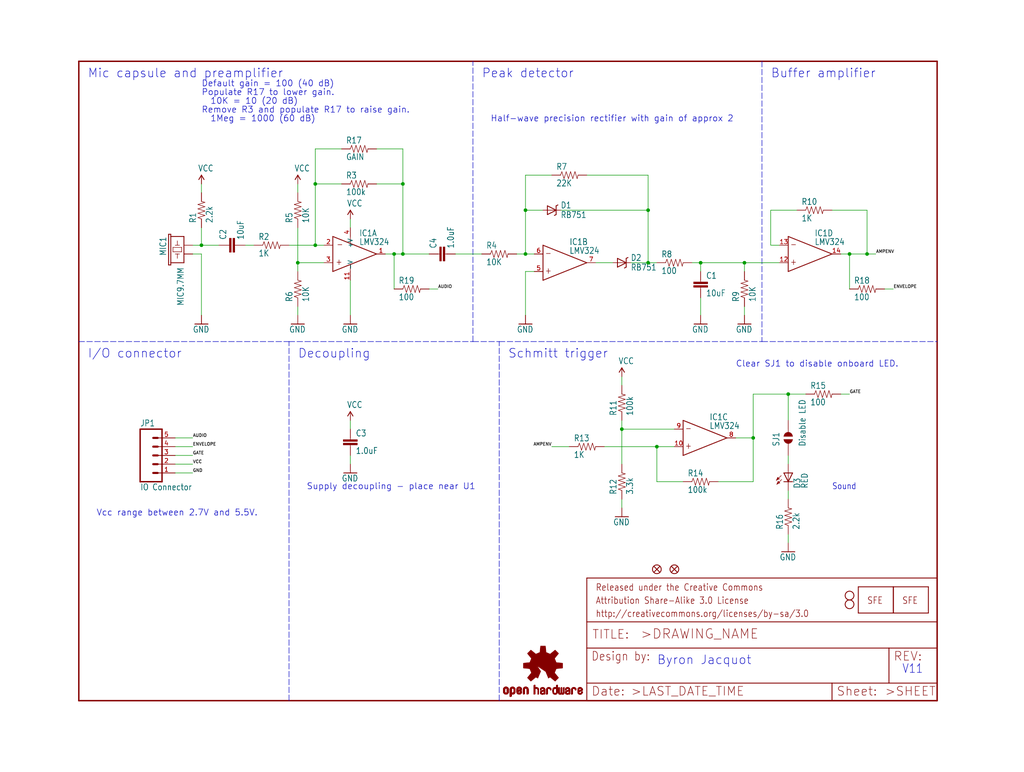
<source format=kicad_sch>
(kicad_sch (version 20211123) (generator eeschema)
  (paper "User" 297.002 223.926)
  (lib_symbols
    (symbol "schematicEagle-eagle-import:1.0UF-16V-10%(0603)"
      (property "Reference" "C" (at 1.524 2.921 0))
      (property "Value" "1.0UF-16V-10%(0603)" (at 1.524 -2.159 0))
      (symbol "1.0UF-16V-10%(0603)_1_0"
        (pin passive line (at 0 5.08 270) (length 2.54) (name "1") (number "1"))
        (pin passive line (at 0 -2.54 90) (length 2.54) (name "2") (number "2"))
      )
    )
    (symbol "schematicEagle-eagle-import:100KOHM1{slash}10W1%(0603)"
      (property "Reference" "R" (at -3.81 1.4986 0))
      (property "Value" "100KOHM1{slash}10W1%(0603)" (at -3.81 -3.302 0))
      (symbol "100KOHM1{slash}10W1%(0603)_1_0"
        (pin passive line (at -5.08 0 0) (length 2.54) (name "1") (number "1"))
        (pin passive line (at 5.08 0 180) (length 2.54) (name "2") (number "2"))
      )
    )
    (symbol "schematicEagle-eagle-import:100OHM1{slash}10W1%(0603)"
      (property "Reference" "R" (at -3.81 1.4986 0))
      (property "Value" "100OHM1{slash}10W1%(0603)" (at -3.81 -3.302 0))
      (symbol "100OHM1{slash}10W1%(0603)_1_0"
        (pin passive line (at -5.08 0 0) (length 2.54) (name "1") (number "1"))
        (pin passive line (at 5.08 0 180) (length 2.54) (name "2") (number "2"))
      )
    )
    (symbol "schematicEagle-eagle-import:10KOHM1{slash}10W1%(0603)0603"
      (property "Reference" "R" (at -3.81 1.4986 0))
      (property "Value" "10KOHM1{slash}10W1%(0603)0603" (at -3.81 -3.302 0))
      (symbol "10KOHM1{slash}10W1%(0603)0603_1_0"
        (pin passive line (at -5.08 0 0) (length 2.54) (name "1") (number "1"))
        (pin passive line (at 5.08 0 180) (length 2.54) (name "2") (number "2"))
      )
    )
    (symbol "schematicEagle-eagle-import:10UF-6.3V-20%(1206)"
      (property "Reference" "C" (at 1.524 2.921 0))
      (property "Value" "10UF-6.3V-20%(1206)" (at 1.524 -2.159 0))
      (symbol "10UF-6.3V-20%(1206)_1_0"
        (pin passive line (at 0 5.08 270) (length 2.54) (name "1") (number "1"))
        (pin passive line (at 0 -2.54 90) (length 2.54) (name "2") (number "2"))
      )
    )
    (symbol "schematicEagle-eagle-import:1KOHM1{slash}10W1%(0603)"
      (property "Reference" "R" (at -3.81 1.4986 0))
      (property "Value" "1KOHM1{slash}10W1%(0603)" (at -3.81 -3.302 0))
      (symbol "1KOHM1{slash}10W1%(0603)_1_0"
        (pin passive line (at -5.08 0 0) (length 2.54) (name "1") (number "1"))
        (pin passive line (at 5.08 0 180) (length 2.54) (name "2") (number "2"))
      )
    )
    (symbol "schematicEagle-eagle-import:2.2KOHM1{slash}10W1%(0603)"
      (property "Reference" "R" (at -3.81 1.4986 0))
      (property "Value" "2.2KOHM1{slash}10W1%(0603)" (at -3.81 -3.302 0))
      (symbol "2.2KOHM1{slash}10W1%(0603)_1_0"
        (pin passive line (at -5.08 0 0) (length 2.54) (name "1") (number "1"))
        (pin passive line (at 5.08 0 180) (length 2.54) (name "2") (number "2"))
      )
    )
    (symbol "schematicEagle-eagle-import:22KOHM1{slash}10W1%(0603)"
      (property "Reference" "R" (at -3.81 1.4986 0))
      (property "Value" "22KOHM1{slash}10W1%(0603)" (at -3.81 -3.302 0))
      (symbol "22KOHM1{slash}10W1%(0603)_1_0"
        (pin passive line (at -5.08 0 0) (length 2.54) (name "1") (number "1"))
        (pin passive line (at 5.08 0 180) (length 2.54) (name "2") (number "2"))
      )
    )
    (symbol "schematicEagle-eagle-import:3.3KOHM1{slash}10W1%(0603)"
      (property "Reference" "R" (at -3.81 1.4986 0))
      (property "Value" "3.3KOHM1{slash}10W1%(0603)" (at -3.81 -3.302 0))
      (symbol "3.3KOHM1{slash}10W1%(0603)_1_0"
        (pin passive line (at -5.08 0 0) (length 2.54) (name "1") (number "1"))
        (pin passive line (at 5.08 0 180) (length 2.54) (name "2") (number "2"))
      )
    )
    (symbol "schematicEagle-eagle-import:FIDUCIAL1X2")
    (symbol "schematicEagle-eagle-import:FRAME-LETTER"
      (symbol "FRAME-LETTER_2_0"
        (text ">DRAWING_NAME" (at 15.494 17.78 0) (effects (font (size 2.7432 2.7432)) (justify left bottom)))
        (text ">LAST_DATE_TIME" (at 12.7 1.27 0) (effects (font (size 2.54 2.54)) (justify left bottom)))
        (text ">SHEET" (at 86.36 1.27 0) (effects (font (size 2.54 2.54)) (justify left bottom)))
        (text "Attribution Share-Alike 3.0 License" (at 2.54 27.94 0) (effects (font (size 1.9304 1.6408)) (justify left bottom)))
        (text "Date:" (at 1.27 1.27 0) (effects (font (size 2.54 2.54)) (justify left bottom)))
        (text "Design by:" (at 1.27 11.43 0) (effects (font (size 2.54 2.159)) (justify left bottom)))
        (text "http://creativecommons.org/licenses/by-sa/3.0" (at 2.54 24.13 0) (effects (font (size 1.9304 1.6408)) (justify left bottom)))
        (text "Released under the Creative Commons" (at 2.54 31.75 0) (effects (font (size 1.9304 1.6408)) (justify left bottom)))
        (text "REV:" (at 88.9 11.43 0) (effects (font (size 2.54 2.54)) (justify left bottom)))
        (text "Sheet:" (at 72.39 1.27 0) (effects (font (size 2.54 2.54)) (justify left bottom)))
        (text "TITLE:" (at 1.524 17.78 0) (effects (font (size 2.54 2.54)) (justify left bottom)))
      )
    )
    (symbol "schematicEagle-eagle-import:GND" (power)
      (property "Value" "GND" (at -2.54 -2.54 0))
      (symbol "GND_1_0"
        (pin power_in line (at 0 2.54 270) (length 2.54) (name "GND") (number "1"))
      )
    )
    (symbol "schematicEagle-eagle-import:LED-RED0603"
      (property "Reference" "D" (at 3.556 -4.572 90))
      (property "Value" "LED-RED0603" (at 5.715 -4.572 90))
      (symbol "LED-RED0603_1_0"
        (pin passive line (at 0 2.54 270) (length 2.54) (name "A") (number "A"))
        (pin passive line (at 0 -5.08 90) (length 2.54) (name "C") (number "C"))
      )
    )
    (symbol "schematicEagle-eagle-import:LMV324"
      (property "Reference" "IC" (at 7.62 5.08 0))
      (property "Value" "LMV324" (at 7.62 2.54 0))
      (symbol "LMV324_1_0"
        (text "+" (at 0.762 -3.302 0) (effects (font (size 1.778 1.5113)) (justify left bottom)))
        (text "-" (at 1.016 1.778 0) (effects (font (size 1.778 1.5113)) (justify left bottom)))
        (pin output line (at 15.24 0 180) (length 2.54) (name "OUT") (number "1"))
        (pin power_in line (at 5.08 -7.62 90) (length 2.54) (name "-V") (number "11"))
        (pin input line (at -2.54 2.54 0) (length 2.54) (name "-IN") (number "2"))
        (pin input line (at -2.54 -2.54 0) (length 2.54) (name "+IN") (number "3"))
        (pin power_in line (at 5.08 7.62 270) (length 2.54) (name "+V") (number "4"))
      )
      (symbol "LMV324_2_0"
        (text "+" (at 0.508 -3.302 0) (effects (font (size 1.778 1.5113)) (justify left bottom)))
        (text "-" (at 0.508 1.778 0) (effects (font (size 1.778 1.5113)) (justify left bottom)))
        (pin input line (at -2.54 -2.54 0) (length 2.54) (name "+IN") (number "5"))
        (pin input line (at -2.54 2.54 0) (length 2.54) (name "-IN") (number "6"))
        (pin output line (at 15.24 0 180) (length 2.54) (name "OUT") (number "7"))
      )
      (symbol "LMV324_3_0"
        (text "+" (at 0.508 -3.302 0) (effects (font (size 1.778 1.5113)) (justify left bottom)))
        (text "-" (at 0.508 1.778 0) (effects (font (size 1.778 1.5113)) (justify left bottom)))
        (pin input line (at -2.54 -2.54 0) (length 2.54) (name "+IN") (number "10"))
        (pin output line (at 15.24 0 180) (length 2.54) (name "OUT") (number "8"))
        (pin input line (at -2.54 2.54 0) (length 2.54) (name "-IN") (number "9"))
      )
      (symbol "LMV324_4_0"
        (text "+" (at 0.508 -3.302 0) (effects (font (size 1.778 1.5113)) (justify left bottom)))
        (text "-" (at 0.508 1.778 0) (effects (font (size 1.778 1.5113)) (justify left bottom)))
        (pin input line (at -2.54 -2.54 0) (length 2.54) (name "+IN") (number "12"))
        (pin input line (at -2.54 2.54 0) (length 2.54) (name "-IN") (number "13"))
        (pin output line (at 15.24 0 180) (length 2.54) (name "OUT") (number "14"))
      )
    )
    (symbol "schematicEagle-eagle-import:LOGO-SFENW2"
      (symbol "LOGO-SFENW2_1_0"
        (text "SFE" (at 0 0 0) (effects (font (size 1.9304 1.6408)) (justify left bottom)))
      )
    )
    (symbol "schematicEagle-eagle-import:LOGO-SFESK"
      (symbol "LOGO-SFESK_1_0"
        (text "SFE" (at 0 0 0) (effects (font (size 1.9304 1.6408)) (justify left bottom)))
      )
    )
    (symbol "schematicEagle-eagle-import:M05PTH"
      (property "Reference" "JP" (at -2.54 8.382 0))
      (property "Value" "M05PTH" (at -2.54 -10.16 0))
      (symbol "M05PTH_1_0"
        (pin passive line (at 7.62 -5.08 180) (length 5.08) (name "1") (number "1"))
        (pin passive line (at 7.62 -2.54 180) (length 5.08) (name "2") (number "2"))
        (pin passive line (at 7.62 0 180) (length 5.08) (name "3") (number "3"))
        (pin passive line (at 7.62 2.54 180) (length 5.08) (name "4") (number "4"))
        (pin passive line (at 7.62 5.08 180) (length 5.08) (name "5") (number "5"))
      )
    )
    (symbol "schematicEagle-eagle-import:MIC9.7MM"
      (property "Value" "MIC9.7MM" (at 6.35 0 0))
      (symbol "MIC9.7MM_1_0"
        (pin passive line (at 0 -2.54 90) (length 2.54) (name "1") (number "1"))
        (pin passive line (at 2.54 -2.54 90) (length 2.54) (name "2") (number "2"))
      )
    )
    (symbol "schematicEagle-eagle-import:OSHW-LOGOM")
    (symbol "schematicEagle-eagle-import:RB751"
      (property "Reference" "D" (at 2.54 0.4826 0))
      (property "Value" "RB751" (at 2.54 -2.3114 0))
      (symbol "RB751_1_0"
        (pin passive line (at -2.54 0 0) (length 2.54) (name "A") (number "A"))
        (pin passive line (at 2.54 0 180) (length 2.54) (name "C") (number "C"))
      )
    )
    (symbol "schematicEagle-eagle-import:RESISTORPTH-1{slash}4W-VERT-KIT"
      (property "Reference" "R" (at -3.81 1.4986 0))
      (property "Value" "RESISTORPTH-1{slash}4W-VERT-KIT" (at -3.81 -3.302 0))
      (symbol "RESISTORPTH-1{slash}4W-VERT-KIT_1_0"
        (pin passive line (at -5.08 0 0) (length 2.54) (name "1") (number "P$1"))
        (pin passive line (at 5.08 0 180) (length 2.54) (name "2") (number "P$2"))
      )
    )
    (symbol "schematicEagle-eagle-import:SOLDERJUMPERNC"
      (property "Reference" "SJ" (at -2.54 2.54 0))
      (property "Value" "SOLDERJUMPERNC" (at -2.54 -5.08 0))
      (symbol "SOLDERJUMPERNC_1_0"
        (pin passive line (at -5.08 0 0) (length 2.54) (name "1") (number "1"))
        (pin passive line (at 5.08 0 180) (length 2.54) (name "2") (number "2"))
      )
    )
    (symbol "schematicEagle-eagle-import:STAND-OFF")
    (symbol "schematicEagle-eagle-import:VCC" (power)
      (property "Value" "VCC" (at -1.016 3.556 0))
      (symbol "VCC_1_0"
        (pin power_in line (at 0 0 90) (length 2.54) (name "VCC") (number "1"))
      )
    )
  )
  (junction (at 91.44 53.34))
  (junction (at 251.46 73.66))
  (junction (at 91.44 71.12))
  (junction (at 246.38 73.66))
  (junction (at 116.84 73.66))
  (junction (at 114.3 73.66))
  (junction (at 187.96 60.96))
  (junction (at 116.84 53.34))
  (junction (at 58.42 71.12))
  (junction (at 190.5 129.54))
  (junction (at 86.36 76.2))
  (junction (at 180.34 124.46))
  (junction (at 228.6 114.3))
  (junction (at 152.4 73.66))
  (junction (at 187.96 76.2))
  (junction (at 218.44 127))
  (junction (at 152.4 60.96))
  (junction (at 203.2 76.2))
  (junction (at 215.9 76.2))
  (wire (pts (xy 55.88 73.66) (xy 58.42 73.66)))
  (wire (pts (xy 101.6 134.62) (xy 101.6 132.08)))
  (wire (pts (xy 195.58 129.54) (xy 190.5 129.54)))
  (wire (pts (xy 152.4 60.96) (xy 157.48 60.96)))
  (wire (pts (xy 187.96 76.2) (xy 190.5 76.2)))
  (wire (pts (xy 91.44 71.12) (xy 83.82 71.12)))
  (wire (pts (xy 91.44 53.34) (xy 91.44 43.18)))
  (wire (pts (xy 180.34 124.46) (xy 180.34 134.62)))
  (wire (pts (xy 251.46 73.66) (xy 246.38 73.66)))
  (wire (pts (xy 228.6 157.48) (xy 228.6 154.94)))
  (wire (pts (xy 226.06 71.12) (xy 223.52 71.12)))
  (wire (pts (xy 63.5 71.12) (xy 58.42 71.12)))
  (wire (pts (xy 203.2 78.74) (xy 203.2 76.2)))
  (wire (pts (xy 241.3 60.96) (xy 251.46 60.96)))
  (wire (pts (xy 165.1 129.54) (xy 160.02 129.54)))
  (wire (pts (xy 86.36 53.34) (xy 86.36 55.88)))
  (wire (pts (xy 114.3 73.66) (xy 116.84 73.66)))
  (wire (pts (xy 223.52 60.96) (xy 231.14 60.96)))
  (wire (pts (xy 93.98 71.12) (xy 91.44 71.12)))
  (wire (pts (xy 124.46 83.82) (xy 127 83.82)))
  (wire (pts (xy 228.6 114.3) (xy 233.68 114.3)))
  (wire (pts (xy 182.88 76.2) (xy 187.96 76.2)))
  (wire (pts (xy 180.34 147.32) (xy 180.34 144.78)))
  (wire (pts (xy 152.4 91.44) (xy 152.4 78.74)))
  (wire (pts (xy 116.84 53.34) (xy 109.22 53.34)))
  (wire (pts (xy 152.4 60.96) (xy 152.4 50.8)))
  (wire (pts (xy 218.44 139.7) (xy 218.44 127)))
  (wire (pts (xy 180.34 109.22) (xy 180.34 111.76)))
  (polyline (pts (xy 220.98 99.06) (xy 271.78 99.06)))
  (wire (pts (xy 243.84 114.3) (xy 246.38 114.3)))
  (wire (pts (xy 215.9 88.9) (xy 215.9 91.44)))
  (wire (pts (xy 172.72 76.2) (xy 177.8 76.2)))
  (wire (pts (xy 251.46 73.66) (xy 254 73.66)))
  (wire (pts (xy 86.36 66.04) (xy 86.36 76.2)))
  (wire (pts (xy 101.6 121.92) (xy 101.6 124.46)))
  (wire (pts (xy 162.56 60.96) (xy 187.96 60.96)))
  (wire (pts (xy 91.44 53.34) (xy 91.44 71.12)))
  (polyline (pts (xy 144.78 203.2) (xy 144.78 99.06)))
  (wire (pts (xy 58.42 91.44) (xy 58.42 73.66)))
  (wire (pts (xy 187.96 76.2) (xy 187.96 60.96)))
  (wire (pts (xy 109.22 43.18) (xy 116.84 43.18)))
  (wire (pts (xy 101.6 91.44) (xy 101.6 81.28)))
  (wire (pts (xy 71.12 71.12) (xy 73.66 71.12)))
  (wire (pts (xy 152.4 73.66) (xy 152.4 60.96)))
  (wire (pts (xy 93.98 76.2) (xy 86.36 76.2)))
  (wire (pts (xy 190.5 129.54) (xy 190.5 139.7)))
  (polyline (pts (xy 220.98 17.78) (xy 220.98 99.06)))
  (wire (pts (xy 223.52 71.12) (xy 223.52 60.96)))
  (wire (pts (xy 228.6 121.92) (xy 228.6 114.3)))
  (wire (pts (xy 111.76 73.66) (xy 114.3 73.66)))
  (wire (pts (xy 114.3 73.66) (xy 114.3 83.82)))
  (wire (pts (xy 101.6 66.04) (xy 101.6 63.5)))
  (wire (pts (xy 208.28 139.7) (xy 218.44 139.7)))
  (polyline (pts (xy 137.16 99.06) (xy 144.78 99.06)))
  (wire (pts (xy 149.86 73.66) (xy 152.4 73.66)))
  (polyline (pts (xy 83.82 203.2) (xy 83.82 99.06)))
  (wire (pts (xy 200.66 76.2) (xy 203.2 76.2)))
  (wire (pts (xy 187.96 50.8) (xy 170.18 50.8)))
  (wire (pts (xy 190.5 139.7) (xy 198.12 139.7)))
  (wire (pts (xy 215.9 78.74) (xy 215.9 76.2)))
  (wire (pts (xy 203.2 86.36) (xy 203.2 91.44)))
  (wire (pts (xy 180.34 121.92) (xy 180.34 124.46)))
  (wire (pts (xy 256.54 83.82) (xy 259.08 83.82)))
  (wire (pts (xy 218.44 114.3) (xy 228.6 114.3)))
  (wire (pts (xy 228.6 134.62) (xy 228.6 132.08)))
  (wire (pts (xy 116.84 73.66) (xy 116.84 53.34)))
  (wire (pts (xy 91.44 43.18) (xy 99.06 43.18)))
  (wire (pts (xy 99.06 53.34) (xy 91.44 53.34)))
  (wire (pts (xy 218.44 127) (xy 218.44 114.3)))
  (wire (pts (xy 152.4 73.66) (xy 154.94 73.66)))
  (wire (pts (xy 203.2 76.2) (xy 215.9 76.2)))
  (wire (pts (xy 195.58 124.46) (xy 180.34 124.46)))
  (wire (pts (xy 86.36 76.2) (xy 86.36 78.74)))
  (wire (pts (xy 50.8 134.62) (xy 55.88 134.62)))
  (polyline (pts (xy 137.16 99.06) (xy 137.16 17.78)))
  (wire (pts (xy 55.88 71.12) (xy 58.42 71.12)))
  (wire (pts (xy 86.36 88.9) (xy 86.36 91.44)))
  (polyline (pts (xy 22.86 99.06) (xy 83.82 99.06)))
  (wire (pts (xy 132.08 73.66) (xy 139.7 73.66)))
  (wire (pts (xy 50.8 127) (xy 55.88 127)))
  (wire (pts (xy 50.8 129.54) (xy 55.88 129.54)))
  (wire (pts (xy 251.46 60.96) (xy 251.46 73.66)))
  (polyline (pts (xy 144.78 99.06) (xy 220.98 99.06)))
  (wire (pts (xy 215.9 76.2) (xy 226.06 76.2)))
  (wire (pts (xy 152.4 50.8) (xy 160.02 50.8)))
  (wire (pts (xy 58.42 55.88) (xy 58.42 53.34)))
  (wire (pts (xy 246.38 73.66) (xy 243.84 73.66)))
  (wire (pts (xy 218.44 127) (xy 213.36 127)))
  (wire (pts (xy 116.84 73.66) (xy 124.46 73.66)))
  (wire (pts (xy 50.8 137.16) (xy 55.88 137.16)))
  (wire (pts (xy 246.38 83.82) (xy 246.38 73.66)))
  (wire (pts (xy 116.84 43.18) (xy 116.84 53.34)))
  (wire (pts (xy 50.8 132.08) (xy 55.88 132.08)))
  (wire (pts (xy 190.5 129.54) (xy 175.26 129.54)))
  (wire (pts (xy 228.6 144.78) (xy 228.6 142.24)))
  (polyline (pts (xy 83.82 99.06) (xy 137.16 99.06)))
  (wire (pts (xy 58.42 71.12) (xy 58.42 66.04)))
  (wire (pts (xy 187.96 60.96) (xy 187.96 50.8)))
  (wire (pts (xy 152.4 78.74) (xy 154.94 78.74)))
  (text "Clear SJ1 to disable onboard LED." (at 213.36 106.68 180) (effects (font (size 1.778 1.778)) (justify left bottom)))
  (text "Supply decoupling - place near U1" (at 88.9 142.24 180) (effects (font (size 1.778 1.778)) (justify left bottom)))
  (text "Sound" (at 241.3 142.24 180) (effects (font (size 1.778 1.5113)) (justify left bottom)))
  (text "10K = 10 (20 dB)" (at 60.96 30.48 180) (effects (font (size 1.778 1.778)) (justify left bottom)))
  (text "Decoupling" (at 86.36 104.14 180) (effects (font (size 2.54 2.54)) (justify left bottom)))
  (text "Mic capsule and preamplifier" (at 25.4 22.86 180) (effects (font (size 2.54 2.54)) (justify left bottom)))
  (text "Buffer amplifier" (at 223.52 22.86 180) (effects (font (size 2.54 2.54)) (justify left bottom)))
  (text "Default gain = 100 (40 dB)" (at 58.42 25.4 180) (effects (font (size 1.778 1.778)) (justify left bottom)))
  (text "Byron Jacquot" (at 190.5 193.04 180) (effects (font (size 2.54 2.54)) (justify left bottom)))
  (text "I/O connector" (at 25.4 104.14 180) (effects (font (size 2.54 2.54)) (justify left bottom)))
  (text "Peak detector" (at 139.7 22.86 180) (effects (font (size 2.54 2.54)) (justify left bottom)))
  (text "Vcc range between 2.7V and 5.5V." (at 27.94 149.86 180) (effects (font (size 1.778 1.778)) (justify left bottom)))
  (text "Remove R3 and populate R17 to raise gain." (at 58.42 33.02 180) (effects (font (size 1.778 1.778)) (justify left bottom)))
  (text "Schmitt trigger" (at 147.32 104.14 180) (effects (font (size 2.54 2.54)) (justify left bottom)))
  (text "Half-wave precision rectifier with gain of approx 2" (at 142.24 35.56 0) (effects (font (size 1.778 1.778)) (justify left bottom)))
  (text "1Meg = 1000 (60 dB)" (at 60.96 35.56 180) (effects (font (size 1.778 1.778)) (justify left bottom)))
  (text "Populate R17 to lower gain." (at 58.42 27.94 180) (effects (font (size 1.778 1.778)) (justify left bottom)))
  (text "V11" (at 261.62 195.58 180) (effects (font (size 2.54 2.159)) (justify left bottom)))
  (label "ENVELOPE" (at 55.88 129.54 0) (effects (font (size 0.889 0.889))))
  (label "ENVELOPE" (at 259.08 83.82 0) (effects (font (size 0.889 0.889))))
  (label "GATE" (at 55.88 132.08 0) (effects (font (size 0.889 0.889))))
  (label "AUDIO" (at 127 83.82 0) (effects (font (size 0.889 0.889))))
  (label "AUDIO" (at 55.88 127 0) (effects (font (size 0.889 0.889))))
  (label "VCC" (at 55.88 134.62 0) (effects (font (size 0.889 0.889))))
  (label "GATE" (at 246.38 114.3 0) (effects (font (size 0.889 0.889))))
  (label "GND" (at 55.88 137.16 0) (effects (font (size 0.889 0.889))))
  (label "AMPENV" (at 160.02 129.54 180) (effects (font (size 0.889 0.889))))
  (label "AMPENV" (at 254 73.66 0) (effects (font (size 0.889 0.889))))
  (symbol (lib_id "schematicEagle-eagle-import:GND") (at 215.9 93.98 0) (unit 1)
    (property "Reference" "#GND6" (effects hide))
    (property "Value" "GND" (at 213.36 96.52 0) (effects (font (size 1.778 1.5113)) (justify left bottom)))
    (property "Footprint" "schematicEagle:" (effects hide))
  )
  (symbol (lib_id "schematicEagle-eagle-import:100OHM1{slash}10W1%(0603)") (at 251.46 83.82 0) (unit 1)
    (property "Reference" "R18" (at 247.65 82.3214 0) (effects (font (size 1.778 1.5113)) (justify left bottom)))
    (property "Value" "100" (at 247.65 87.122 0) (effects (font (size 1.778 1.5113)) (justify left bottom)))
    (property "Footprint" "schematicEagle:0603-RES" (effects hide))
  )
  (symbol (lib_id "schematicEagle-eagle-import:MIC9.7MM") (at 53.34 71.12 90) (mirror x) (unit 1)
    (property "Reference" "MIC1" (at 48.26 68.58 0) (effects (font (size 1.778 1.5113)) (justify left bottom)))
    (property "Value" "MIC9.7MM" (at 53.34 77.47 0) (effects (font (size 1.778 1.5113)) (justify left bottom)))
    (property "Footprint" "schematicEagle:MIC-9.7MM" (effects hide))
  )
  (symbol (lib_id "schematicEagle-eagle-import:LMV324") (at 198.12 127 0) (unit 3)
    (property "Reference" "IC1" (at 205.74 121.92 0) (effects (font (size 1.778 1.5113)) (justify left bottom)))
    (property "Value" "LMV324" (at 205.74 124.46 0) (effects (font (size 1.778 1.5113)) (justify left bottom)))
    (property "Footprint" "schematicEagle:SO014" (effects hide))
  )
  (symbol (lib_id "schematicEagle-eagle-import:VCC") (at 58.42 53.34 0) (unit 1)
    (property "Reference" "#SUPPLY1" (effects hide))
    (property "Value" "VCC" (at 57.404 49.784 0) (effects (font (size 1.778 1.5113)) (justify left bottom)))
    (property "Footprint" "schematicEagle:" (effects hide))
  )
  (symbol (lib_id "schematicEagle-eagle-import:GND") (at 203.2 93.98 0) (unit 1)
    (property "Reference" "#GND5" (effects hide))
    (property "Value" "GND" (at 200.66 96.52 0) (effects (font (size 1.778 1.5113)) (justify left bottom)))
    (property "Footprint" "schematicEagle:" (effects hide))
  )
  (symbol (lib_id "schematicEagle-eagle-import:1KOHM1{slash}10W1%(0603)") (at 78.74 71.12 0) (unit 1)
    (property "Reference" "R2" (at 74.93 69.6214 0) (effects (font (size 1.778 1.5113)) (justify left bottom)))
    (property "Value" "1K" (at 74.93 74.422 0) (effects (font (size 1.778 1.5113)) (justify left bottom)))
    (property "Footprint" "schematicEagle:0603-RES" (effects hide))
  )
  (symbol (lib_id "schematicEagle-eagle-import:100OHM1{slash}10W1%(0603)") (at 238.76 114.3 0) (unit 1)
    (property "Reference" "R15" (at 234.95 112.8014 0) (effects (font (size 1.778 1.5113)) (justify left bottom)))
    (property "Value" "100" (at 234.95 117.602 0) (effects (font (size 1.778 1.5113)) (justify left bottom)))
    (property "Footprint" "schematicEagle:0603-RES" (effects hide))
  )
  (symbol (lib_id "schematicEagle-eagle-import:22KOHM1{slash}10W1%(0603)") (at 165.1 50.8 0) (unit 1)
    (property "Reference" "R7" (at 161.29 49.3014 0) (effects (font (size 1.778 1.5113)) (justify left bottom)))
    (property "Value" "22K" (at 161.29 54.102 0) (effects (font (size 1.778 1.5113)) (justify left bottom)))
    (property "Footprint" "schematicEagle:0603-RES" (effects hide))
  )
  (symbol (lib_id "schematicEagle-eagle-import:GND") (at 86.36 93.98 0) (unit 1)
    (property "Reference" "#GND3" (effects hide))
    (property "Value" "GND" (at 83.82 96.52 0) (effects (font (size 1.778 1.5113)) (justify left bottom)))
    (property "Footprint" "schematicEagle:" (effects hide))
  )
  (symbol (lib_id "schematicEagle-eagle-import:100OHM1{slash}10W1%(0603)") (at 195.58 76.2 0) (unit 1)
    (property "Reference" "R8" (at 191.77 74.7014 0) (effects (font (size 1.778 1.5113)) (justify left bottom)))
    (property "Value" "100" (at 191.77 79.502 0) (effects (font (size 1.778 1.5113)) (justify left bottom)))
    (property "Footprint" "schematicEagle:0603-RES" (effects hide))
  )
  (symbol (lib_id "schematicEagle-eagle-import:GND") (at 101.6 93.98 0) (unit 1)
    (property "Reference" "#GND4" (effects hide))
    (property "Value" "GND" (at 99.06 96.52 0) (effects (font (size 1.778 1.5113)) (justify left bottom)))
    (property "Footprint" "schematicEagle:" (effects hide))
  )
  (symbol (lib_id "schematicEagle-eagle-import:STAND-OFF") (at 246.38 175.26 0) (unit 1)
    (property "Reference" "STANDOFF1" (effects hide))
    (property "Value" "STAND-OFF" (effects hide))
    (property "Footprint" "schematicEagle:STAND-OFF" (effects hide))
  )
  (symbol (lib_id "schematicEagle-eagle-import:STAND-OFF") (at 246.38 172.72 0) (unit 1)
    (property "Reference" "STANDOFF2" (effects hide))
    (property "Value" "STAND-OFF" (effects hide))
    (property "Footprint" "schematicEagle:STAND-OFF" (effects hide))
  )
  (symbol (lib_id "schematicEagle-eagle-import:1KOHM1{slash}10W1%(0603)") (at 236.22 60.96 0) (unit 1)
    (property "Reference" "R10" (at 232.41 59.4614 0) (effects (font (size 1.778 1.5113)) (justify left bottom)))
    (property "Value" "1K" (at 232.41 64.262 0) (effects (font (size 1.778 1.5113)) (justify left bottom)))
    (property "Footprint" "schematicEagle:0603-RES" (effects hide))
  )
  (symbol (lib_id "schematicEagle-eagle-import:LMV324") (at 228.6 73.66 0) (unit 4)
    (property "Reference" "IC1" (at 236.22 68.58 0) (effects (font (size 1.778 1.5113)) (justify left bottom)))
    (property "Value" "LMV324" (at 236.22 71.12 0) (effects (font (size 1.778 1.5113)) (justify left bottom)))
    (property "Footprint" "schematicEagle:SO014" (effects hide))
  )
  (symbol (lib_id "schematicEagle-eagle-import:1.0UF-16V-10%(0603)") (at 101.6 129.54 0) (unit 1)
    (property "Reference" "C3" (at 103.124 126.619 0) (effects (font (size 1.778 1.5113)) (justify left bottom)))
    (property "Value" "1.0uF" (at 103.124 131.699 0) (effects (font (size 1.778 1.5113)) (justify left bottom)))
    (property "Footprint" "schematicEagle:0603-CAP" (effects hide))
  )
  (symbol (lib_id "schematicEagle-eagle-import:M05PTH") (at 43.18 132.08 0) (unit 1)
    (property "Reference" "JP1" (at 40.64 123.698 0) (effects (font (size 1.778 1.5113)) (justify left bottom)))
    (property "Value" "IO Connector" (at 40.64 142.24 0) (effects (font (size 1.778 1.5113)) (justify left bottom)))
    (property "Footprint" "schematicEagle:1X05" (effects hide))
  )
  (symbol (lib_id "schematicEagle-eagle-import:10KOHM1{slash}10W1%(0603)0603") (at 144.78 73.66 0) (unit 1)
    (property "Reference" "R4" (at 140.97 72.1614 0) (effects (font (size 1.778 1.5113)) (justify left bottom)))
    (property "Value" "10K" (at 140.97 76.962 0) (effects (font (size 1.778 1.5113)) (justify left bottom)))
    (property "Footprint" "schematicEagle:0603-RES" (effects hide))
  )
  (symbol (lib_id "schematicEagle-eagle-import:10KOHM1{slash}10W1%(0603)0603") (at 215.9 83.82 90) (unit 1)
    (property "Reference" "R9" (at 214.4014 87.63 0) (effects (font (size 1.778 1.5113)) (justify left bottom)))
    (property "Value" "10K" (at 219.202 87.63 0) (effects (font (size 1.778 1.5113)) (justify left bottom)))
    (property "Footprint" "schematicEagle:0603-RES" (effects hide))
  )
  (symbol (lib_id "schematicEagle-eagle-import:VCC") (at 86.36 53.34 0) (unit 1)
    (property "Reference" "#SUPPLY2" (effects hide))
    (property "Value" "VCC" (at 85.344 49.784 0) (effects (font (size 1.778 1.5113)) (justify left bottom)))
    (property "Footprint" "schematicEagle:" (effects hide))
  )
  (symbol (lib_id "schematicEagle-eagle-import:FIDUCIAL1X2") (at 195.58 165.1 0) (unit 1)
    (property "Reference" "FID4" (effects hide))
    (property "Value" "FIDUCIAL1X2" (effects hide))
    (property "Footprint" "schematicEagle:FIDUCIAL-1X2" (effects hide))
  )
  (symbol (lib_id "schematicEagle-eagle-import:GND") (at 180.34 149.86 0) (unit 1)
    (property "Reference" "#GND8" (effects hide))
    (property "Value" "GND" (at 177.8 152.4 0) (effects (font (size 1.778 1.5113)) (justify left bottom)))
    (property "Footprint" "schematicEagle:" (effects hide))
  )
  (symbol (lib_id "schematicEagle-eagle-import:3.3KOHM1{slash}10W1%(0603)") (at 180.34 139.7 90) (unit 1)
    (property "Reference" "R12" (at 178.8414 143.51 0) (effects (font (size 1.778 1.5113)) (justify left bottom)))
    (property "Value" "3.3k" (at 183.642 143.51 0) (effects (font (size 1.778 1.5113)) (justify left bottom)))
    (property "Footprint" "schematicEagle:0603-RES" (effects hide))
  )
  (symbol (lib_id "schematicEagle-eagle-import:LOGO-SFENW2") (at 261.62 175.26 0) (unit 1)
    (property "Reference" "LOGO2" (effects hide))
    (property "Value" "LOGO-SFENW2" (effects hide))
    (property "Footprint" "schematicEagle:SFE-NEW-WEB" (effects hide))
  )
  (symbol (lib_id "schematicEagle-eagle-import:1.0UF-16V-10%(0603)") (at 129.54 73.66 90) (unit 1)
    (property "Reference" "C4" (at 126.619 72.136 0) (effects (font (size 1.778 1.5113)) (justify left bottom)))
    (property "Value" "1.0uF" (at 131.699 72.136 0) (effects (font (size 1.778 1.5113)) (justify left bottom)))
    (property "Footprint" "schematicEagle:0603-CAP" (effects hide))
  )
  (symbol (lib_id "schematicEagle-eagle-import:100KOHM1{slash}10W1%(0603)") (at 203.2 139.7 0) (unit 1)
    (property "Reference" "R14" (at 199.39 138.2014 0) (effects (font (size 1.778 1.5113)) (justify left bottom)))
    (property "Value" "100k" (at 199.39 143.002 0) (effects (font (size 1.778 1.5113)) (justify left bottom)))
    (property "Footprint" "schematicEagle:0603-RES" (effects hide))
  )
  (symbol (lib_id "schematicEagle-eagle-import:RESISTORPTH-1{slash}4W-VERT-KIT") (at 104.14 43.18 0) (unit 1)
    (property "Reference" "R17" (at 100.33 41.6814 0) (effects (font (size 1.778 1.5113)) (justify left bottom)))
    (property "Value" "GAIN" (at 100.33 46.482 0) (effects (font (size 1.778 1.5113)) (justify left bottom)))
    (property "Footprint" "schematicEagle:AXIAL-0.1EZ" (effects hide))
  )
  (symbol (lib_id "schematicEagle-eagle-import:FRAME-LETTER") (at 22.86 203.2 0) (unit 1)
    (property "Reference" "FRAME1" (effects hide))
    (property "Value" "FRAME-LETTER" (effects hide))
    (property "Footprint" "schematicEagle:CREATIVE_COMMONS" (effects hide))
  )
  (symbol (lib_id "schematicEagle-eagle-import:GND") (at 101.6 137.16 0) (unit 1)
    (property "Reference" "#GND9" (effects hide))
    (property "Value" "GND" (at 99.06 139.7 0) (effects (font (size 1.778 1.5113)) (justify left bottom)))
    (property "Footprint" "schematicEagle:" (effects hide))
  )
  (symbol (lib_id "schematicEagle-eagle-import:VCC") (at 101.6 63.5 0) (unit 1)
    (property "Reference" "#SUPPLY3" (effects hide))
    (property "Value" "VCC" (at 100.584 59.944 0) (effects (font (size 1.778 1.5113)) (justify left bottom)))
    (property "Footprint" "schematicEagle:" (effects hide))
  )
  (symbol (lib_id "schematicEagle-eagle-import:LMV324") (at 157.48 76.2 0) (unit 2)
    (property "Reference" "IC1" (at 165.1 71.12 0) (effects (font (size 1.778 1.5113)) (justify left bottom)))
    (property "Value" "LMV324" (at 165.1 73.66 0) (effects (font (size 1.778 1.5113)) (justify left bottom)))
    (property "Footprint" "schematicEagle:SO014" (effects hide))
  )
  (symbol (lib_id "schematicEagle-eagle-import:LED-RED0603") (at 228.6 137.16 0) (unit 1)
    (property "Reference" "D3" (at 232.156 141.732 90) (effects (font (size 1.778 1.5113)) (justify left bottom)))
    (property "Value" "RED" (at 234.315 141.732 90) (effects (font (size 1.778 1.5113)) (justify left bottom)))
    (property "Footprint" "schematicEagle:LED-0603" (effects hide))
  )
  (symbol (lib_id "schematicEagle-eagle-import:10KOHM1{slash}10W1%(0603)0603") (at 86.36 60.96 90) (unit 1)
    (property "Reference" "R5" (at 84.8614 64.77 0) (effects (font (size 1.778 1.5113)) (justify left bottom)))
    (property "Value" "10K" (at 89.662 64.77 0) (effects (font (size 1.778 1.5113)) (justify left bottom)))
    (property "Footprint" "schematicEagle:0603-RES" (effects hide))
  )
  (symbol (lib_id "schematicEagle-eagle-import:10KOHM1{slash}10W1%(0603)0603") (at 86.36 83.82 90) (unit 1)
    (property "Reference" "R6" (at 84.8614 87.63 0) (effects (font (size 1.778 1.5113)) (justify left bottom)))
    (property "Value" "10K" (at 89.662 87.63 0) (effects (font (size 1.778 1.5113)) (justify left bottom)))
    (property "Footprint" "schematicEagle:0603-RES" (effects hide))
  )
  (symbol (lib_id "schematicEagle-eagle-import:10UF-6.3V-20%(1206)") (at 68.58 71.12 90) (unit 1)
    (property "Reference" "C2" (at 65.659 69.596 0) (effects (font (size 1.778 1.5113)) (justify left bottom)))
    (property "Value" "10uF" (at 70.739 69.596 0) (effects (font (size 1.778 1.5113)) (justify left bottom)))
    (property "Footprint" "schematicEagle:1206" (effects hide))
  )
  (symbol (lib_id "schematicEagle-eagle-import:1KOHM1{slash}10W1%(0603)") (at 170.18 129.54 0) (unit 1)
    (property "Reference" "R13" (at 166.37 128.0414 0) (effects (font (size 1.778 1.5113)) (justify left bottom)))
    (property "Value" "1K" (at 166.37 132.842 0) (effects (font (size 1.778 1.5113)) (justify left bottom)))
    (property "Footprint" "schematicEagle:0603-RES" (effects hide))
  )
  (symbol (lib_id "schematicEagle-eagle-import:FRAME-LETTER") (at 170.18 203.2 0) (unit 2)
    (property "Reference" "FRAME1" (effects hide))
    (property "Value" "FRAME-LETTER" (effects hide))
    (property "Footprint" "schematicEagle:CREATIVE_COMMONS" (effects hide))
  )
  (symbol (lib_id "schematicEagle-eagle-import:2.2KOHM1{slash}10W1%(0603)") (at 58.42 60.96 90) (unit 1)
    (property "Reference" "R1" (at 56.9214 64.77 0) (effects (font (size 1.778 1.5113)) (justify left bottom)))
    (property "Value" "2.2k" (at 61.722 64.77 0) (effects (font (size 1.778 1.5113)) (justify left bottom)))
    (property "Footprint" "schematicEagle:0603-RES" (effects hide))
  )
  (symbol (lib_id "schematicEagle-eagle-import:RB751") (at 160.02 60.96 0) (unit 1)
    (property "Reference" "D1" (at 162.56 60.4774 0) (effects (font (size 1.778 1.5113)) (justify left bottom)))
    (property "Value" "RB751" (at 162.56 63.2714 0) (effects (font (size 1.778 1.5113)) (justify left bottom)))
    (property "Footprint" "schematicEagle:SOD-523" (effects hide))
  )
  (symbol (lib_id "schematicEagle-eagle-import:OSHW-LOGOM") (at 157.48 193.04 0) (unit 1)
    (property "Reference" "LOGO1" (effects hide))
    (property "Value" "OSHW-LOGOM" (effects hide))
    (property "Footprint" "schematicEagle:OSHW-LOGO-M" (effects hide))
  )
  (symbol (lib_id "schematicEagle-eagle-import:100OHM1{slash}10W1%(0603)") (at 119.38 83.82 0) (unit 1)
    (property "Reference" "R19" (at 115.57 82.3214 0) (effects (font (size 1.778 1.5113)) (justify left bottom)))
    (property "Value" "100" (at 115.57 87.122 0) (effects (font (size 1.778 1.5113)) (justify left bottom)))
    (property "Footprint" "schematicEagle:0603-RES" (effects hide))
  )
  (symbol (lib_id "schematicEagle-eagle-import:100KOHM1{slash}10W1%(0603)") (at 180.34 116.84 90) (unit 1)
    (property "Reference" "R11" (at 178.8414 120.65 0) (effects (font (size 1.778 1.5113)) (justify left bottom)))
    (property "Value" "100k" (at 183.642 120.65 0) (effects (font (size 1.778 1.5113)) (justify left bottom)))
    (property "Footprint" "schematicEagle:0603-RES" (effects hide))
  )
  (symbol (lib_id "schematicEagle-eagle-import:VCC") (at 180.34 109.22 0) (unit 1)
    (property "Reference" "#SUPPLY4" (effects hide))
    (property "Value" "VCC" (at 179.324 105.664 0) (effects (font (size 1.778 1.5113)) (justify left bottom)))
    (property "Footprint" "schematicEagle:" (effects hide))
  )
  (symbol (lib_id "schematicEagle-eagle-import:FIDUCIAL1X2") (at 190.5 165.1 0) (unit 1)
    (property "Reference" "FID3" (effects hide))
    (property "Value" "FIDUCIAL1X2" (effects hide))
    (property "Footprint" "schematicEagle:FIDUCIAL-1X2" (effects hide))
  )
  (symbol (lib_id "schematicEagle-eagle-import:GND") (at 58.42 93.98 0) (unit 1)
    (property "Reference" "#GND2" (effects hide))
    (property "Value" "GND" (at 55.88 96.52 0) (effects (font (size 1.778 1.5113)) (justify left bottom)))
    (property "Footprint" "schematicEagle:" (effects hide))
  )
  (symbol (lib_id "schematicEagle-eagle-import:LOGO-SFESK") (at 251.46 175.26 0) (unit 1)
    (property "Reference" "LOGO3" (effects hide))
    (property "Value" "LOGO-SFESK" (effects hide))
    (property "Footprint" "schematicEagle:SFE-LOGO-FLAME" (effects hide))
  )
  (symbol (lib_id "schematicEagle-eagle-import:GND") (at 228.6 160.02 0) (unit 1)
    (property "Reference" "#GND1" (effects hide))
    (property "Value" "GND" (at 226.06 162.56 0) (effects (font (size 1.778 1.5113)) (justify left bottom)))
    (property "Footprint" "schematicEagle:" (effects hide))
  )
  (symbol (lib_id "schematicEagle-eagle-import:10UF-6.3V-20%(1206)") (at 203.2 83.82 0) (unit 1)
    (property "Reference" "C1" (at 204.724 80.899 0) (effects (font (size 1.778 1.5113)) (justify left bottom)))
    (property "Value" "10uF" (at 204.724 85.979 0) (effects (font (size 1.778 1.5113)) (justify left bottom)))
    (property "Footprint" "schematicEagle:1206" (effects hide))
  )
  (symbol (lib_id "schematicEagle-eagle-import:100KOHM1{slash}10W1%(0603)") (at 104.14 53.34 0) (unit 1)
    (property "Reference" "R3" (at 100.33 51.8414 0) (effects (font (size 1.778 1.5113)) (justify left bottom)))
    (property "Value" "100k" (at 100.33 56.642 0) (effects (font (size 1.778 1.5113)) (justify left bottom)))
    (property "Footprint" "schematicEagle:0603-RES" (effects hide))
  )
  (symbol (lib_id "schematicEagle-eagle-import:LMV324") (at 96.52 73.66 0) (unit 1)
    (property "Reference" "IC1" (at 104.14 68.58 0) (effects (font (size 1.778 1.5113)) (justify left bottom)))
    (property "Value" "LMV324" (at 104.14 71.12 0) (effects (font (size 1.778 1.5113)) (justify left bottom)))
    (property "Footprint" "schematicEagle:SO014" (effects hide))
  )
  (symbol (lib_id "schematicEagle-eagle-import:2.2KOHM1{slash}10W1%(0603)") (at 228.6 149.86 90) (unit 1)
    (property "Reference" "R16" (at 227.1014 153.67 0) (effects (font (size 1.778 1.5113)) (justify left bottom)))
    (property "Value" "2.2k" (at 231.902 153.67 0) (effects (font (size 1.778 1.5113)) (justify left bottom)))
    (property "Footprint" "schematicEagle:0603-RES" (effects hide))
  )
  (symbol (lib_id "schematicEagle-eagle-import:GND") (at 152.4 93.98 0) (unit 1)
    (property "Reference" "#GND7" (effects hide))
    (property "Value" "GND" (at 149.86 96.52 0) (effects (font (size 1.778 1.5113)) (justify left bottom)))
    (property "Footprint" "schematicEagle:" (effects hide))
  )
  (symbol (lib_id "schematicEagle-eagle-import:RB751") (at 180.34 76.2 0) (unit 1)
    (property "Reference" "D2" (at 182.88 75.7174 0) (effects (font (size 1.778 1.5113)) (justify left bottom)))
    (property "Value" "RB751" (at 182.88 78.5114 0) (effects (font (size 1.778 1.5113)) (justify left bottom)))
    (property "Footprint" "schematicEagle:SOD-523" (effects hide))
  )
  (symbol (lib_id "schematicEagle-eagle-import:VCC") (at 101.6 121.92 0) (unit 1)
    (property "Reference" "#SUPPLY5" (effects hide))
    (property "Value" "VCC" (at 100.584 118.364 0) (effects (font (size 1.778 1.5113)) (justify left bottom)))
    (property "Footprint" "schematicEagle:" (effects hide))
  )
  (symbol (lib_id "schematicEagle-eagle-import:SOLDERJUMPERNC") (at 228.6 127 90) (unit 1)
    (property "Reference" "SJ1" (at 226.06 129.54 0) (effects (font (size 1.778 1.5113)) (justify left bottom)))
    (property "Value" "Disable LED" (at 233.68 129.54 0) (effects (font (size 1.778 1.5113)) (justify left bottom)))
    (property "Footprint" "schematicEagle:SJ_2S" (effects hide))
  )
)
</source>
